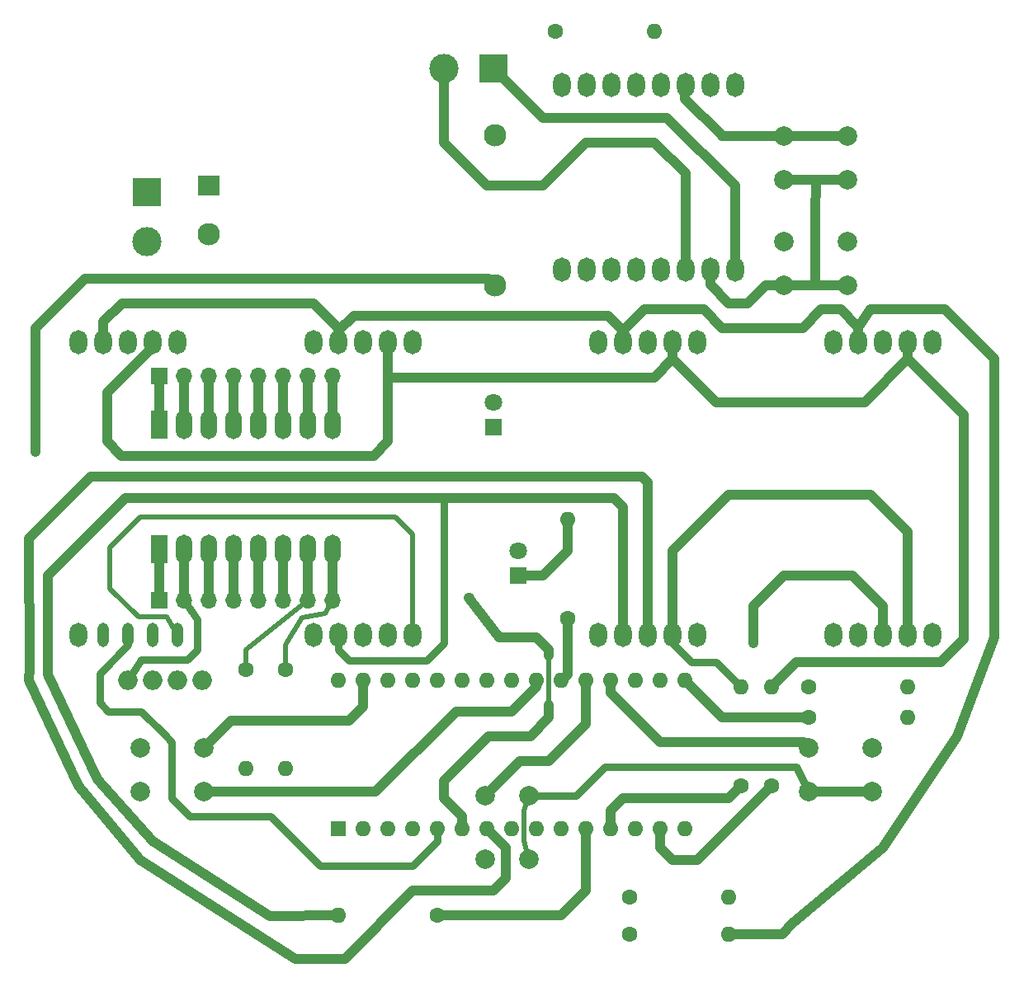
<source format=gtl>
G04 #@! TF.GenerationSoftware,KiCad,Pcbnew,(5.1.4)-1*
G04 #@! TF.CreationDate,2020-07-01T14:45:24+05:30*
G04 #@! TF.ProjectId,ClockTimer2,436c6f63-6b54-4696-9d65-72322e6b6963,rev?*
G04 #@! TF.SameCoordinates,Original*
G04 #@! TF.FileFunction,Copper,L1,Top*
G04 #@! TF.FilePolarity,Positive*
%FSLAX46Y46*%
G04 Gerber Fmt 4.6, Leading zero omitted, Abs format (unit mm)*
G04 Created by KiCad (PCBNEW (5.1.4)-1) date 2020-07-01 14:45:24*
%MOMM*%
%LPD*%
G04 APERTURE LIST*
%ADD10R,1.700000X3.000000*%
%ADD11O,1.700000X3.000000*%
%ADD12O,1.600000X1.600000*%
%ADD13C,1.600000*%
%ADD14O,1.700000X1.700000*%
%ADD15R,1.700000X1.700000*%
%ADD16O,2.000000X2.000000*%
%ADD17C,2.000000*%
%ADD18O,1.800000X2.500000*%
%ADD19C,3.000000*%
%ADD20R,3.000000X3.000000*%
%ADD21O,1.200000X2.500000*%
%ADD22C,2.300000*%
%ADD23R,2.300000X2.000000*%
%ADD24C,1.800000*%
%ADD25R,1.800000X1.800000*%
%ADD26R,1.600000X1.600000*%
%ADD27C,1.000000*%
%ADD28C,1.000000*%
%ADD29C,0.500000*%
%ADD30C,0.750000*%
G04 APERTURE END LIST*
D10*
X104155551Y-86862460D03*
D11*
X106695551Y-86862460D03*
X109235551Y-86862460D03*
X111775551Y-86862460D03*
X114315551Y-86862460D03*
X116855551Y-86862460D03*
X119395551Y-86862460D03*
X121935551Y-86862460D03*
X121920871Y-74115418D03*
X119380871Y-74115418D03*
X116840871Y-74115418D03*
X114300871Y-74115418D03*
X111760871Y-74115418D03*
X109220871Y-74115418D03*
X106680871Y-74115418D03*
D10*
X104140871Y-74115418D03*
D12*
X113050000Y-109360000D03*
D13*
X113050000Y-99200000D03*
D12*
X117100000Y-109360000D03*
D13*
X117100000Y-99200000D03*
D14*
X121917827Y-69080705D03*
X119377827Y-69080705D03*
X116837827Y-69080705D03*
X114297827Y-69080705D03*
X111757827Y-69080705D03*
X109217827Y-69080705D03*
X106677827Y-69080705D03*
D15*
X104137827Y-69080705D03*
D14*
X121920000Y-92075000D03*
X119380000Y-92075000D03*
X116840000Y-92075000D03*
X114300000Y-92075000D03*
X111760000Y-92075000D03*
X109220000Y-92075000D03*
X106680000Y-92075000D03*
D15*
X104140000Y-92075000D03*
D16*
X108585000Y-100330000D03*
X106045000Y-100330000D03*
X103505000Y-100330000D03*
X100965000Y-100330000D03*
D13*
X144780000Y-33655000D03*
D12*
X154940000Y-33655000D03*
X146050000Y-83820000D03*
D13*
X146050000Y-93980000D03*
D12*
X162560000Y-126365000D03*
D13*
X152400000Y-126365000D03*
D12*
X162560000Y-122555000D03*
D13*
X152400000Y-122555000D03*
D12*
X122555000Y-124460000D03*
D13*
X132715000Y-124460000D03*
D12*
X163830000Y-100965000D03*
D13*
X163830000Y-111125000D03*
D12*
X180975000Y-100965000D03*
D13*
X170815000Y-100965000D03*
D12*
X180975000Y-104140000D03*
D13*
X170815000Y-104140000D03*
D12*
X167005000Y-100965000D03*
D13*
X167005000Y-111125000D03*
D17*
X108735000Y-111760000D03*
X108735000Y-107260000D03*
X102235000Y-111760000D03*
X102235000Y-107260000D03*
X137548018Y-118703639D03*
X142048018Y-118703639D03*
X137548018Y-112203639D03*
X142048018Y-112203639D03*
X170815000Y-107260000D03*
X170815000Y-111760000D03*
X177315000Y-107260000D03*
X177315000Y-111760000D03*
D18*
X183515000Y-95645000D03*
X183515000Y-65645000D03*
X180975000Y-95645000D03*
X180975000Y-65645000D03*
X178435000Y-95645000D03*
X178435000Y-65645000D03*
X175895000Y-95645000D03*
X175895000Y-65645000D03*
X173355000Y-95645000D03*
X173355000Y-65645000D03*
D19*
X102870000Y-55245000D03*
D20*
X102870000Y-50165000D03*
D19*
X133350000Y-37465000D03*
D20*
X138430000Y-37465000D03*
D18*
X163219479Y-39180225D03*
X163219479Y-58180225D03*
X160679479Y-39180225D03*
X160679479Y-58180225D03*
X158139479Y-39180225D03*
X158139479Y-58180225D03*
X155599479Y-39180225D03*
X155599479Y-58180225D03*
X153059479Y-39180225D03*
X153059479Y-58180225D03*
X150519479Y-39180225D03*
X150519479Y-58180225D03*
X147979479Y-39180225D03*
X147979479Y-58180225D03*
X145439479Y-39180225D03*
X145439479Y-58180225D03*
X159385000Y-95645000D03*
X159385000Y-65645000D03*
X156845000Y-95645000D03*
X156845000Y-65645000D03*
X154305000Y-95645000D03*
X154305000Y-65645000D03*
X151765000Y-95645000D03*
X151765000Y-65645000D03*
X149225000Y-95645000D03*
X149225000Y-65645000D03*
X130175000Y-95645000D03*
X130175000Y-65645000D03*
X127635000Y-95645000D03*
X127635000Y-65645000D03*
X125095000Y-95645000D03*
X125095000Y-65645000D03*
X122555000Y-95645000D03*
X122555000Y-65645000D03*
X120015000Y-95645000D03*
X120015000Y-65645000D03*
D21*
X106045000Y-95645000D03*
D18*
X106045000Y-65645000D03*
D21*
X103505000Y-95645000D03*
D18*
X103505000Y-65645000D03*
D21*
X100965000Y-95645000D03*
D18*
X100965000Y-65645000D03*
D21*
X98425000Y-95645000D03*
D18*
X98425000Y-65645000D03*
X95885000Y-95645000D03*
X95885000Y-65645000D03*
D17*
X174775000Y-55245000D03*
X174775000Y-59745000D03*
X168275000Y-55245000D03*
X168275000Y-59745000D03*
X174775000Y-44450000D03*
X174775000Y-48950000D03*
X168275000Y-44450000D03*
X168275000Y-48950000D03*
D22*
X138620000Y-59730000D03*
X109220000Y-54530000D03*
D23*
X109220000Y-49530000D03*
D22*
X138620000Y-44330000D03*
D24*
X140970000Y-86995000D03*
D25*
X140970000Y-89535000D03*
D24*
X138430000Y-71755000D03*
D25*
X138430000Y-74295000D03*
D12*
X158115000Y-100330000D03*
X158115000Y-115570000D03*
X122555000Y-100330000D03*
X155575000Y-115570000D03*
X125095000Y-100330000D03*
X153035000Y-115570000D03*
X127635000Y-100330000D03*
X150495000Y-115570000D03*
X130175000Y-100330000D03*
X147955000Y-115570000D03*
X132715000Y-100330000D03*
X145415000Y-115570000D03*
X135255000Y-100330000D03*
X142875000Y-115570000D03*
X137795000Y-100330000D03*
X140335000Y-115570000D03*
X140335000Y-100330000D03*
X137795000Y-115570000D03*
X142875000Y-100330000D03*
X135255000Y-115570000D03*
X145415000Y-100330000D03*
X132715000Y-115570000D03*
X147955000Y-100330000D03*
X130175000Y-115570000D03*
X150495000Y-100330000D03*
X127635000Y-115570000D03*
X153035000Y-100330000D03*
X125095000Y-115570000D03*
X155575000Y-100330000D03*
D26*
X122555000Y-115570000D03*
D27*
X91440000Y-76835000D03*
X165100000Y-96520000D03*
X135931450Y-91840115D03*
D28*
X104137827Y-69080705D02*
X104140871Y-74115418D01*
X106677827Y-69080705D02*
X106680871Y-74115418D01*
X109217827Y-69080705D02*
X109220871Y-74115418D01*
X111757827Y-69080705D02*
X111760871Y-74115418D01*
X114297827Y-69080705D02*
X114300871Y-74115418D01*
X116837827Y-69080705D02*
X116840871Y-74115418D01*
X119377827Y-69080705D02*
X119380871Y-74115418D01*
X121917827Y-69080705D02*
X121920871Y-74115418D01*
X170815000Y-104140000D02*
X161925000Y-104140000D01*
X161925000Y-104140000D02*
X158115000Y-100330000D01*
X155575000Y-117475000D02*
X155575000Y-115570000D01*
X156845000Y-118745000D02*
X155575000Y-117475000D01*
X167005000Y-111125000D02*
X159385000Y-118745000D01*
X159385000Y-118745000D02*
X156845000Y-118745000D01*
X160677467Y-59712467D02*
X160677467Y-58174945D01*
X162560000Y-61595000D02*
X160677467Y-59712467D01*
X164520000Y-61595000D02*
X162560000Y-61595000D01*
X174775000Y-59745000D02*
X166370000Y-59745000D01*
X166370000Y-59745000D02*
X164520000Y-61595000D01*
X174625000Y-111760000D02*
X177315000Y-111760000D01*
X170815000Y-111760000D02*
X174625000Y-111760000D01*
X171450000Y-59745000D02*
X174775000Y-59745000D01*
X171450000Y-52705000D02*
X171450000Y-59745000D01*
X171450000Y-52705000D02*
X171505000Y-48950000D01*
X168275000Y-48950000D02*
X171505000Y-48950000D01*
X171505000Y-48950000D02*
X174775000Y-48950000D01*
D29*
X142048018Y-112203639D02*
X141605000Y-113665000D01*
X141605000Y-113665000D02*
X141605000Y-116840000D01*
X141605000Y-116840000D02*
X142048018Y-118703639D01*
D30*
X146876361Y-112203639D02*
X142048018Y-112203639D01*
X149860000Y-109220000D02*
X146876361Y-112203639D01*
X170815000Y-111760000D02*
X169545000Y-109220000D01*
X169545000Y-109220000D02*
X149860000Y-109220000D01*
X106680000Y-92075000D02*
X108000000Y-94100000D01*
X108000000Y-94100000D02*
X108000000Y-97200000D01*
X108000000Y-97200000D02*
X107000000Y-98200000D01*
X107000000Y-98200000D02*
X102300000Y-98200000D01*
X102300000Y-98200000D02*
X100965000Y-100330000D01*
D28*
X125095000Y-102995000D02*
X123590000Y-104500000D01*
X125095000Y-100330000D02*
X125095000Y-102995000D01*
X123590000Y-104500000D02*
X111495000Y-104500000D01*
X111495000Y-104500000D02*
X108735000Y-107260000D01*
X106695551Y-86862460D02*
X106680000Y-92075000D01*
X150495000Y-114300000D02*
X150495000Y-115570000D01*
X150495000Y-113665000D02*
X150495000Y-114300000D01*
X151765000Y-112395000D02*
X150495000Y-113665000D01*
X163830000Y-111125000D02*
X162560000Y-112395000D01*
X162560000Y-112395000D02*
X151765000Y-112395000D01*
X137945000Y-59055000D02*
X138620000Y-59730000D01*
X96520000Y-59055000D02*
X137945000Y-59055000D01*
X91440000Y-76835000D02*
X91440000Y-64135000D01*
X91440000Y-64135000D02*
X96520000Y-59055000D01*
X104155551Y-86862460D02*
X104140000Y-92075000D01*
X147955000Y-121920000D02*
X147955000Y-115570000D01*
X132715000Y-124460000D02*
X145415000Y-124460000D01*
X145415000Y-124460000D02*
X147955000Y-121920000D01*
X178435000Y-92710000D02*
X178435000Y-95645000D01*
X175260000Y-89535000D02*
X178435000Y-92710000D01*
X168275000Y-89535000D02*
X175260000Y-89535000D01*
X165100000Y-96520000D02*
X165100000Y-92710000D01*
X165100000Y-92710000D02*
X168275000Y-89535000D01*
X154305000Y-80010000D02*
X154305000Y-95645000D01*
X153701140Y-79406140D02*
X154305000Y-80010000D01*
X97123860Y-79406140D02*
X153701140Y-79406140D01*
X90805000Y-85725000D02*
X97123860Y-79406140D01*
X90824888Y-99040112D02*
X90805000Y-85725000D01*
X95885000Y-111125000D02*
X90805000Y-100330000D01*
X102235000Y-118745000D02*
X95885000Y-111125000D01*
X118110000Y-128905000D02*
X102235000Y-118745000D01*
X139700000Y-117475000D02*
X139700000Y-120650000D01*
X137795000Y-115570000D02*
X139700000Y-117475000D01*
X138430000Y-121920000D02*
X130175000Y-121920000D01*
X139700000Y-120650000D02*
X138430000Y-121920000D01*
X130175000Y-121920000D02*
X123190000Y-128905000D01*
X90805000Y-100330000D02*
X90824888Y-99040112D01*
X123190000Y-128905000D02*
X118110000Y-128905000D01*
D30*
X108735000Y-111760000D02*
X108707983Y-111760000D01*
D28*
X142875000Y-100330000D02*
X142875000Y-100965000D01*
X140335000Y-103505000D02*
X134620000Y-103505000D01*
X142875000Y-100965000D02*
X140335000Y-103505000D01*
X134620000Y-103505000D02*
X126365000Y-111760000D01*
X126365000Y-111760000D02*
X108735000Y-111760000D01*
X144145000Y-97790000D02*
X144145000Y-97155000D01*
X144145000Y-97155000D02*
X142875000Y-95885000D01*
X135931450Y-91840115D02*
X135939103Y-91847768D01*
X135931450Y-91840115D02*
X139065000Y-95885000D01*
X139065000Y-95885000D02*
X142875000Y-95885000D01*
D29*
X144145000Y-97790000D02*
X144145000Y-102870000D01*
D28*
X135255000Y-114300000D02*
X135255000Y-115570000D01*
X144145000Y-104140000D02*
X142240000Y-106045000D01*
X144145000Y-102870000D02*
X144145000Y-104140000D01*
X142240000Y-106045000D02*
X137955000Y-106045000D01*
X137955000Y-106045000D02*
X133350000Y-110650000D01*
X133350000Y-110650000D02*
X133350000Y-112395000D01*
X133350000Y-112395000D02*
X135255000Y-114300000D01*
X146050000Y-99695000D02*
X146050000Y-93980000D01*
X145415000Y-100330000D02*
X146050000Y-99695000D01*
D30*
X132715000Y-116840000D02*
X132715000Y-115570000D01*
X130175000Y-119380000D02*
X132715000Y-116840000D01*
X115570000Y-114300000D02*
X120650000Y-119380000D01*
X107315000Y-114300000D02*
X115570000Y-114300000D01*
X104666345Y-105868081D02*
X105410000Y-106680000D01*
X100965000Y-96706076D02*
X98025296Y-99645780D01*
X120650000Y-119380000D02*
X130175000Y-119380000D01*
X105410000Y-112395000D02*
X107315000Y-114300000D01*
X100965000Y-95645000D02*
X100965000Y-96706076D01*
X98025296Y-99645780D02*
X98025296Y-102634704D01*
X105410000Y-106680000D02*
X105410000Y-112395000D01*
X98025296Y-102634704D02*
X98895592Y-103505000D01*
X98895592Y-103505000D02*
X102303264Y-103505000D01*
X102303264Y-103505000D02*
X104666345Y-105868081D01*
D28*
X141166657Y-108585000D02*
X137548018Y-112203639D01*
X144145000Y-108585000D02*
X141166657Y-108585000D01*
X147955000Y-100330000D02*
X147955000Y-104775000D01*
X147955000Y-104775000D02*
X144145000Y-108585000D01*
D30*
X177101500Y-107046500D02*
X177315000Y-107260000D01*
D28*
X150495000Y-101600000D02*
X150495000Y-100330000D01*
X155575000Y-106680000D02*
X150495000Y-101600000D01*
X170815000Y-107260000D02*
X170235000Y-106680000D01*
X170235000Y-106680000D02*
X155575000Y-106680000D01*
D29*
X121163791Y-93466209D02*
X121920000Y-92075000D01*
X121163791Y-93466209D02*
X118758471Y-93851747D01*
X113030000Y-97155000D02*
X119380000Y-92075000D01*
D28*
X158137467Y-56492533D02*
X158137467Y-58174945D01*
X158137467Y-48282467D02*
X158137467Y-56492533D01*
X133350000Y-45085000D02*
X137795000Y-49530000D01*
X133350000Y-37465000D02*
X133350000Y-45085000D01*
X137795000Y-49530000D02*
X143510000Y-49530000D01*
X147955000Y-45085000D02*
X154940000Y-45085000D01*
X143510000Y-49530000D02*
X147955000Y-45085000D01*
X154940000Y-45085000D02*
X158137467Y-48282467D01*
X163217467Y-55857533D02*
X163217467Y-58174945D01*
X163217467Y-49552467D02*
X163217467Y-55857533D01*
X156210000Y-42545000D02*
X163217467Y-49552467D01*
X138430000Y-37465000D02*
X143510000Y-42545000D01*
X143510000Y-42545000D02*
X156210000Y-42545000D01*
X158115000Y-40640000D02*
X161775000Y-44300000D01*
D30*
X158137467Y-39174945D02*
X158115000Y-39197412D01*
D28*
X158115000Y-39197412D02*
X158115000Y-40640000D01*
X174775000Y-44450000D02*
X168275000Y-44450000D01*
X161925000Y-44450000D02*
X161775000Y-44300000D01*
X168275000Y-44450000D02*
X161925000Y-44450000D01*
D29*
X103505000Y-65645000D02*
X103505000Y-66045000D01*
X127635000Y-66045000D02*
X127635000Y-65645000D01*
X156845000Y-66045000D02*
X156845000Y-65645000D01*
X180975000Y-66045000D02*
X180975000Y-65645000D01*
D28*
X156845000Y-65645000D02*
X156845000Y-67310000D01*
X163195000Y-71755000D02*
X176530000Y-71755000D01*
X156845000Y-67310000D02*
X161290000Y-71755000D01*
X161290000Y-71755000D02*
X163195000Y-71755000D01*
X180975000Y-67310000D02*
X180975000Y-65645000D01*
X176530000Y-71755000D02*
X180975000Y-67310000D01*
X156845000Y-67310000D02*
X154940000Y-69215000D01*
X154940000Y-69215000D02*
X127635000Y-69215000D01*
X127635000Y-65645000D02*
X127635000Y-69215000D01*
X169545000Y-98425000D02*
X167005000Y-100965000D01*
X184345384Y-98425000D02*
X169545000Y-98425000D01*
X186690000Y-96080384D02*
X184345384Y-98425000D01*
X180975000Y-67310000D02*
X186690000Y-73025000D01*
X186690000Y-73025000D02*
X186690000Y-96080384D01*
X127635000Y-75765000D02*
X127635000Y-69215000D01*
X126129004Y-77270996D02*
X127635000Y-75765000D01*
X100270996Y-77270996D02*
X126129004Y-77270996D01*
X98800000Y-75800000D02*
X100270996Y-77270996D01*
X103505000Y-66109991D02*
X98800000Y-70814991D01*
X98800000Y-70814991D02*
X98800000Y-75800000D01*
D29*
X183515000Y-95645000D02*
X183910000Y-95645000D01*
X104900000Y-93800000D02*
X106045000Y-95645000D01*
X102000000Y-93800000D02*
X104900000Y-93800000D01*
X130175000Y-85375000D02*
X128400000Y-83600000D01*
X128400000Y-83600000D02*
X102200000Y-83600000D01*
X102200000Y-83600000D02*
X99100000Y-86700000D01*
X99100000Y-86700000D02*
X99100000Y-90900000D01*
X130175000Y-95645000D02*
X130175000Y-85375000D01*
X99100000Y-90900000D02*
X102000000Y-93800000D01*
D28*
X180975000Y-85090000D02*
X180975000Y-95645000D01*
X177165000Y-81280000D02*
X180975000Y-85090000D01*
X162560000Y-81280000D02*
X177165000Y-81280000D01*
X156845000Y-95645000D02*
X156845000Y-86995000D01*
X156845000Y-86995000D02*
X162560000Y-81280000D01*
D30*
X161290000Y-98425000D02*
X163830000Y-100965000D01*
X158750000Y-98425000D02*
X161290000Y-98425000D01*
X156845000Y-95645000D02*
X156845000Y-96520000D01*
X156845000Y-96520000D02*
X158750000Y-98425000D01*
D29*
X175895000Y-96045000D02*
X175895000Y-95645000D01*
X151765000Y-95245000D02*
X151765000Y-95645000D01*
D28*
X151765000Y-82550000D02*
X151765000Y-95645000D01*
X150801713Y-81586713D02*
X151765000Y-82550000D01*
X92710000Y-89535000D02*
X100658287Y-81586713D01*
X115505450Y-124524550D02*
X103505000Y-116840000D01*
X122555000Y-124460000D02*
X115505450Y-124524550D01*
X103505000Y-116840000D02*
X97790000Y-110490000D01*
X97790000Y-110490000D02*
X92710000Y-99695000D01*
X100658287Y-81586713D02*
X150801713Y-81586713D01*
X92710000Y-99695000D02*
X92750580Y-97749420D01*
X92750580Y-97749420D02*
X92710000Y-89535000D01*
D30*
X133350000Y-81823426D02*
X133586713Y-81586713D01*
X133350000Y-96520000D02*
X133350000Y-81823426D01*
X131615453Y-98254547D02*
X133350000Y-96520000D01*
X123654547Y-98254547D02*
X131615453Y-98254547D01*
X122555000Y-95645000D02*
X122555000Y-97155000D01*
X122555000Y-97155000D02*
X123654547Y-98254547D01*
X122555000Y-65245000D02*
X122555000Y-65645000D01*
X98425000Y-65645000D02*
X98425000Y-64395000D01*
D28*
X122555000Y-65645000D02*
X122555000Y-64395000D01*
X151765000Y-65245000D02*
X151765000Y-65645000D01*
D30*
X151765000Y-64395000D02*
X151765000Y-65645000D01*
D28*
X175895000Y-65645000D02*
X175895000Y-64055000D01*
D30*
X122555000Y-64395000D02*
X122555000Y-64135000D01*
D28*
X153930000Y-62230000D02*
X151765000Y-64395000D01*
X174070000Y-62230000D02*
X172085000Y-62230000D01*
X175895000Y-64055000D02*
X174070000Y-62230000D01*
X172085000Y-62230000D02*
X170180000Y-64135000D01*
X170180000Y-64135000D02*
X161925000Y-64135000D01*
X161925000Y-64135000D02*
X160020000Y-62230000D01*
X160020000Y-62230000D02*
X153930000Y-62230000D01*
D30*
X150205346Y-62865000D02*
X150350173Y-63009827D01*
D28*
X122555000Y-64395000D02*
X124085000Y-62865000D01*
X124085000Y-62865000D02*
X150205346Y-62865000D01*
D30*
X151765000Y-64395000D02*
X151735346Y-64395000D01*
D28*
X151735346Y-64395000D02*
X150205346Y-62865000D01*
D30*
X150205346Y-62865000D02*
X148590000Y-62865000D01*
D28*
X168063332Y-126365000D02*
X162560000Y-126365000D01*
X169121666Y-125306666D02*
X168063332Y-126365000D01*
X178435000Y-117475000D02*
X169121666Y-125306666D01*
X177165000Y-62230000D02*
X184785000Y-62230000D01*
X175895000Y-64055000D02*
X177165000Y-62230000D01*
X184785000Y-62230000D02*
X189865000Y-67310000D01*
X189865000Y-67310000D02*
X189865000Y-95885000D01*
X189865000Y-95885000D02*
X186055000Y-106045000D01*
X186055000Y-106045000D02*
X178435000Y-117475000D01*
X98425000Y-63500000D02*
X98425000Y-65645000D01*
X100330000Y-61595000D02*
X98425000Y-63500000D01*
X122555000Y-64135000D02*
X120015000Y-61595000D01*
X120015000Y-61595000D02*
X100330000Y-61595000D01*
X143510000Y-89535000D02*
X140970000Y-89535000D01*
X146050000Y-83820000D02*
X146050000Y-86995000D01*
X146050000Y-86995000D02*
X143510000Y-89535000D01*
X116855551Y-86862460D02*
X116840000Y-92075000D01*
X114315551Y-86862460D02*
X114300000Y-92075000D01*
X111775551Y-86862460D02*
X111760000Y-92075000D01*
X109235551Y-86862460D02*
X109220000Y-92075000D01*
D29*
X117100000Y-99200000D02*
X117102692Y-96702692D01*
X118758471Y-93851747D02*
X117102692Y-96702692D01*
D28*
X121935551Y-86862460D02*
X121920000Y-92075000D01*
D29*
X113050000Y-99200000D02*
X113030000Y-97155000D01*
D28*
X119395551Y-86862460D02*
X119380000Y-92075000D01*
M02*

</source>
